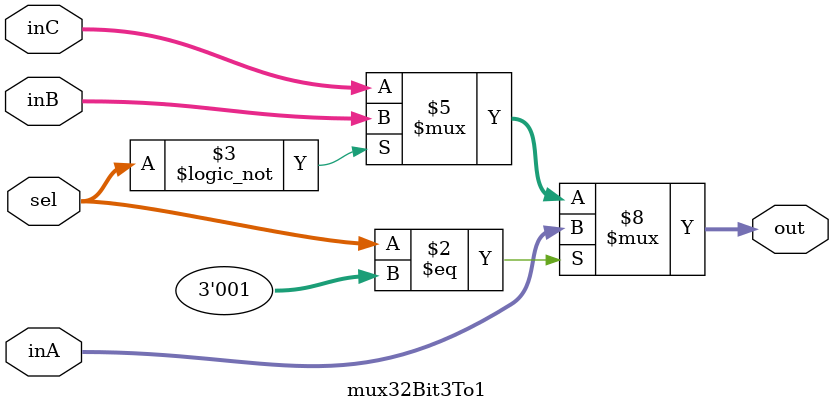
<source format=v>
`timescale 1ns / 1ps


module mux32Bit3To1(out, inA, inB, inC, sel);
    
    input [31:0] inA;
    input [31:0] inB;
    input [31:0] inC;

    input[2:0] sel;
    
    output reg [31:0] out;

    always @ (sel, inA, inB,inC) begin
        if (sel == 1)
            out <= inA;
        else if (sel == 0)
            out <= inB;
        else 
        out <= inC;
        
    end   
           
endmodule

</source>
